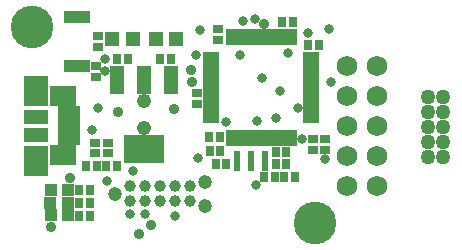
<source format=gts>
G75*
%MOIN*%
%OFA0B0*%
%FSLAX25Y25*%
%IPPOS*%
%LPD*%
%AMOC8*
5,1,8,0,0,1.08239X$1,22.5*
%
%ADD10C,0.14186*%
%ADD11R,0.02600X0.03800*%
%ADD12R,0.04737X0.05131*%
%ADD13R,0.03800X0.02600*%
%ADD14R,0.07493X0.02572*%
%ADD15R,0.09068X0.06607*%
%ADD16R,0.08280X0.10150*%
%ADD17R,0.08268X0.04528*%
%ADD18R,0.13595X0.09265*%
%ADD19R,0.04540X0.09265*%
%ADD20R,0.01981X0.05524*%
%ADD21R,0.05524X0.01981*%
%ADD22R,0.02375X0.07099*%
%ADD23C,0.03900*%
%ADD24C,0.04700*%
%ADD25R,0.03950X0.03950*%
%ADD26R,0.08674X0.03950*%
%ADD27C,0.06824*%
%ADD28C,0.04965*%
%ADD29C,0.03200*%
%ADD30C,0.04800*%
%ADD31C,0.03600*%
D10*
X0129556Y0019200D03*
X0035406Y0084500D03*
D11*
X0063606Y0073725D03*
X0067206Y0073725D03*
X0078006Y0073725D03*
X0081606Y0073725D03*
X0118656Y0086200D03*
X0122256Y0086200D03*
X0127356Y0078400D03*
X0130956Y0078400D03*
X0098056Y0047875D03*
X0094456Y0047875D03*
X0094531Y0043250D03*
X0098131Y0043250D03*
X0096506Y0038750D03*
X0100106Y0038750D03*
X0112756Y0034300D03*
X0116356Y0034300D03*
X0119381Y0034300D03*
X0122981Y0034300D03*
X0120131Y0038725D03*
X0116531Y0038725D03*
X0116531Y0042825D03*
X0120131Y0042825D03*
X0063731Y0038100D03*
X0060131Y0038100D03*
X0057056Y0038100D03*
X0053456Y0038100D03*
X0054656Y0030100D03*
X0051056Y0030100D03*
X0051081Y0025875D03*
X0054681Y0025875D03*
X0054631Y0021575D03*
X0051031Y0021575D03*
D12*
X0062134Y0080300D03*
X0068827Y0080300D03*
X0076609Y0080400D03*
X0083302Y0080400D03*
D13*
X0097356Y0080200D03*
X0097356Y0083800D03*
X0057256Y0081500D03*
X0057256Y0077900D03*
X0056556Y0071400D03*
X0056556Y0067800D03*
X0090206Y0062400D03*
X0090206Y0058800D03*
X0060656Y0045900D03*
X0056456Y0045900D03*
X0056456Y0042300D03*
X0060656Y0042300D03*
X0128856Y0043500D03*
X0132931Y0043500D03*
X0132931Y0047100D03*
X0128856Y0047100D03*
D14*
X0047679Y0046420D03*
X0047679Y0048980D03*
X0047679Y0051539D03*
X0047679Y0054098D03*
X0047679Y0056657D03*
D15*
X0045711Y0061381D03*
X0045711Y0041696D03*
D16*
X0036656Y0039924D03*
X0036656Y0063153D03*
D17*
X0036656Y0054590D03*
X0036656Y0048487D03*
D18*
X0072581Y0043950D03*
D19*
X0072581Y0066785D03*
X0081636Y0066785D03*
X0063525Y0066785D03*
D20*
X0100856Y0080965D03*
X0102824Y0080965D03*
X0104793Y0080965D03*
X0106761Y0080965D03*
X0108730Y0080965D03*
X0110698Y0080965D03*
X0112667Y0080965D03*
X0114635Y0080965D03*
X0116604Y0080965D03*
X0118572Y0080965D03*
X0120541Y0080965D03*
X0122509Y0080965D03*
X0122509Y0047500D03*
X0120541Y0047500D03*
X0118572Y0047500D03*
X0116604Y0047500D03*
X0114635Y0047500D03*
X0112667Y0047500D03*
X0110698Y0047500D03*
X0108730Y0047500D03*
X0106761Y0047500D03*
X0104793Y0047500D03*
X0102824Y0047500D03*
X0100856Y0047500D03*
D21*
X0094950Y0053406D03*
X0094950Y0055374D03*
X0094950Y0057343D03*
X0094950Y0059311D03*
X0094950Y0061280D03*
X0094950Y0063248D03*
X0094950Y0065217D03*
X0094950Y0067185D03*
X0094950Y0069154D03*
X0094950Y0071122D03*
X0094950Y0073091D03*
X0094950Y0075059D03*
X0128415Y0075059D03*
X0128415Y0073091D03*
X0128415Y0071122D03*
X0128415Y0069154D03*
X0128415Y0067185D03*
X0128415Y0065217D03*
X0128415Y0063248D03*
X0128415Y0061280D03*
X0128415Y0059311D03*
X0128415Y0057343D03*
X0128415Y0055374D03*
X0128415Y0053406D03*
D22*
X0113056Y0039700D03*
X0108331Y0039700D03*
X0103607Y0039700D03*
D23*
X0087856Y0031400D03*
X0082856Y0031400D03*
X0077856Y0031400D03*
X0072856Y0031400D03*
X0067856Y0031400D03*
X0067856Y0026400D03*
X0072856Y0026400D03*
X0077856Y0026400D03*
X0082856Y0026400D03*
X0087856Y0026400D03*
D24*
X0092856Y0024900D03*
X0092856Y0032900D03*
X0062856Y0028900D03*
D25*
X0047433Y0030125D03*
X0041528Y0030125D03*
X0041403Y0025900D03*
X0047308Y0025900D03*
X0047408Y0021750D03*
X0041503Y0021750D03*
D26*
X0050356Y0071357D03*
X0050356Y0087893D03*
D27*
X0140456Y0071450D03*
X0150456Y0071450D03*
X0150456Y0061450D03*
X0140456Y0061450D03*
X0140456Y0051450D03*
X0150456Y0051450D03*
X0150456Y0041450D03*
X0140456Y0041450D03*
X0140456Y0031450D03*
X0150456Y0031450D03*
D28*
X0167406Y0041150D03*
X0172406Y0041150D03*
X0172406Y0046150D03*
X0167406Y0046150D03*
X0167406Y0051150D03*
X0172406Y0051150D03*
X0172406Y0056150D03*
X0167406Y0056150D03*
X0167406Y0061150D03*
X0172406Y0061150D03*
D29*
X0134906Y0066150D03*
X0123981Y0057375D03*
X0116531Y0053975D03*
X0110456Y0053100D03*
X0100106Y0052700D03*
X0117906Y0063250D03*
X0111956Y0067550D03*
X0104806Y0075275D03*
X0090106Y0075050D03*
X0091306Y0083525D03*
X0105706Y0086575D03*
X0109556Y0087075D03*
X0127256Y0082500D03*
X0134406Y0083950D03*
X0120556Y0075925D03*
X0125281Y0047100D03*
X0132956Y0040425D03*
X0109981Y0031750D03*
X0090506Y0040675D03*
X0069031Y0036450D03*
X0060431Y0033175D03*
X0067956Y0022150D03*
X0072831Y0022050D03*
X0082881Y0021300D03*
X0055206Y0050100D03*
X0057206Y0057400D03*
X0059806Y0069650D03*
X0059706Y0073900D03*
D30*
X0072481Y0059925D03*
X0072656Y0050800D03*
D31*
X0041531Y0017900D03*
X0070856Y0015300D03*
X0074856Y0018575D03*
X0048131Y0034050D03*
X0064106Y0056100D03*
X0082656Y0057125D03*
X0088506Y0066000D03*
X0088281Y0070050D03*
X0112681Y0085550D03*
M02*

</source>
